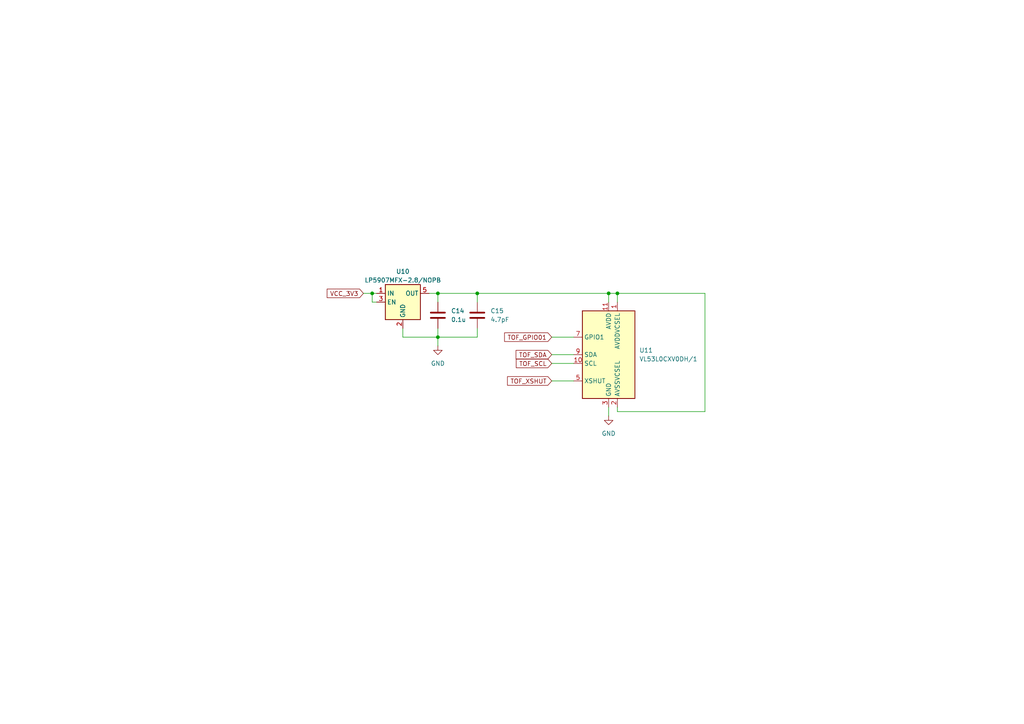
<source format=kicad_sch>
(kicad_sch (version 20231120) (generator "eeschema") (generator_version "8.0")
  (paper "A4")
  (lib_symbols
    (symbol "Device:C" (pin_numbers hide) (pin_names (offset 0.254))
      (property "Reference" "C" (at 0.635 2.54 0))
      (property "Value" "C" (at 0.635 -2.54 0))
      (symbol "C_0_1"
        (polyline (pts (xy -2.032 -0.762) (xy 2.032 -0.762)) (stroke (width 0.508)))
        (polyline (pts (xy -2.032 0.762) (xy 2.032 0.762)) (stroke (width 0.508)))
      )
      (symbol "C_1_1"
        (pin passive line (at 0 3.81 270) (length 2.794) (name "~") (number "1"))
        (pin passive line (at 0 -3.81 90) (length 2.794) (name "~") (number "2"))
      )
    )
    (symbol "Regulator_Linear:LP5907MFX-2.8"
      (property "Reference" "U" (at -3.81 6.35 0))
      (property "Value" "LP5907MFX-2.8" (at 6.35 6.35 0))
      (symbol "LP5907MFX-2.8_0_1"
        (rectangle (start -5.08 -5.08) (end 5.08 5.08) (stroke (width 0.254)) (fill (type background)))
        (pin power_in line (at -7.62 2.54 0) (length 2.54) (name "IN") (number "1"))
        (pin power_in line (at 0 -7.62 90) (length 2.54) (name "GND") (number "2"))
        (pin input line (at -7.62 0 0) (length 2.54) (name "EN") (number "3"))
        (pin no_connect line (at 5.08 0 180) (length 2.54) hide (name "NC") (number "4"))
        (pin power_out line (at 7.62 2.54 180) (length 2.54) (name "OUT") (number "5"))
      )
    )
    (symbol "Sensor_Distance:VL53L0CXV0DH1"
      (property "Reference" "U" (at -6.35 13.97 0))
      (property "Value" "VL53L0CXV0DH1" (at 12.065 13.97 0))
      (symbol "VL53L0CXV0DH1_0_1"
        (rectangle (start -7.62 12.7) (end 7.62 -12.7) (stroke (width 0.254)) (fill (type background)))
      )
      (symbol "VL53L0CXV0DH1_1_1"
        (pin power_in line (at 2.54 15.24 270) (length 2.54) (name "AVDDVCSEL") (number "1"))
        (pin input line (at -10.16 -2.54 0) (length 2.54) (name "SCL") (number "10"))
        (pin power_in line (at 0 15.24 270) (length 2.54) (name "AVDD") (number "11"))
        (pin passive line (at 0 -15.24 90) (length 2.54) hide (name "GND") (number "12"))
        (pin power_in line (at 2.54 -15.24 90) (length 2.54) (name "AVSSVCSEL") (number "2"))
        (pin power_in line (at 0 -15.24 90) (length 2.54) (name "GND") (number "3"))
        (pin passive line (at 0 -15.24 90) (length 2.54) hide (name "GND") (number "4"))
        (pin input line (at -10.16 -7.62 0) (length 2.54) (name "XSHUT") (number "5"))
        (pin passive line (at 0 -15.24 90) (length 2.54) hide (name "GND") (number "6"))
        (pin open_collector line (at -10.16 5.08 0) (length 2.54) (name "GPIO1") (number "7"))
        (pin no_connect line (at -7.62 7.62 0) (length 2.54) hide (name "DNC") (number "8"))
        (pin bidirectional line (at -10.16 0 0) (length 2.54) (name "SDA") (number "9"))
      )
    )
    (symbol "power:GND" (power) (pin_numbers hide) (pin_names (offset 0) hide)
      (property "Value" "GND" (at 0 -3.81 0))
      (symbol "GND_0_1"
        (polyline (pts (xy 0 0) (xy 0 -1.27) (xy 1.27 -1.27) (xy 0 -2.54) (xy -1.27 -1.27) (xy 0 -1.27)))
      )
      (symbol "GND_1_1"
        (pin power_in line (at 0 0 270) (length 0) (name "~") (number "1"))
      )
    )
  )
  (junction (at 107.95 85.09))
  (junction (at 179.07 85.09))
  (junction (at 138.43 85.09))
  (junction (at 127 97.79))
  (junction (at 176.53 85.09))
  (junction (at 127 85.09))
  (wire (pts (xy 160.02 97.79) (xy 166.37 97.79)))
  (wire (pts (xy 124.46 85.09) (xy 127 85.09)))
  (wire (pts (xy 179.07 85.09) (xy 179.07 87.63)))
  (wire (pts (xy 160.02 102.87) (xy 166.37 102.87)))
  (wire (pts (xy 179.07 118.11) (xy 179.07 119.38)))
  (wire (pts (xy 138.43 95.25) (xy 138.43 97.79)))
  (wire (pts (xy 127 85.09) (xy 138.43 85.09)))
  (wire (pts (xy 138.43 97.79) (xy 127 97.79)))
  (wire (pts (xy 138.43 85.09) (xy 176.53 85.09)))
  (wire (pts (xy 176.53 85.09) (xy 179.07 85.09)))
  (wire (pts (xy 109.22 87.63) (xy 107.95 87.63)))
  (wire (pts (xy 204.47 119.38) (xy 204.47 85.09)))
  (wire (pts (xy 105.41 85.09) (xy 107.95 85.09)))
  (wire (pts (xy 116.84 95.25) (xy 116.84 97.79)))
  (wire (pts (xy 138.43 85.09) (xy 138.43 87.63)))
  (wire (pts (xy 127 95.25) (xy 127 97.79)))
  (wire (pts (xy 176.53 85.09) (xy 176.53 87.63)))
  (wire (pts (xy 179.07 119.38) (xy 204.47 119.38)))
  (wire (pts (xy 107.95 87.63) (xy 107.95 85.09)))
  (wire (pts (xy 204.47 85.09) (xy 179.07 85.09)))
  (wire (pts (xy 116.84 97.79) (xy 127 97.79)))
  (wire (pts (xy 176.53 118.11) (xy 176.53 120.65)))
  (wire (pts (xy 127 100.33) (xy 127 97.79)))
  (wire (pts (xy 160.02 105.41) (xy 166.37 105.41)))
  (wire (pts (xy 160.02 110.49) (xy 166.37 110.49)))
  (wire (pts (xy 107.95 85.09) (xy 109.22 85.09)))
  (wire (pts (xy 127 85.09) (xy 127 87.63)))
  (global_label "VCC_3V3" (shape input) (at 105.41 85.09 180) (property "Intersheetrefs" "${INTERSHEET_REFS}" (effects (hide yes))))
  (global_label "TOF_GPIO01" (shape input) (at 160.02 97.79 180) (property "Intersheetrefs" "${INTERSHEET_REFS}" (effects (hide yes))))
  (global_label "TOF_SDA" (shape input) (at 160.02 102.87 180) (property "Intersheetrefs" "${INTERSHEET_REFS}" (effects (hide yes))))
  (global_label "TOF_XSHUT" (shape input) (at 160.02 110.49 180) (property "Intersheetrefs" "${INTERSHEET_REFS}" (effects (hide yes))))
  (global_label "TOF_SCL" (shape input) (at 160.02 105.41 180) (property "Intersheetrefs" "${INTERSHEET_REFS}" (effects (hide yes))))
  (symbol (lib_id "Device:C") (at 138.43 91.44 0) (unit 1)
    (property "Reference" "C15" (at 142.24 90.1699 0) (effects (justify left)))
    (property "Value" "4.7pF" (at 142.24 92.7099 0) (effects (justify left)))
    (property "Footprint" "Capacitor_SMD:C_0603_1608Metric" (effects (hide yes)))
    (property "Datasheet" "https://www.lcsc.com/datasheet/lcsc_datasheet_2304140030_FH--Guangdong-Fenghua-Advanced-Tech-0603CG4R7C500NT_C1669.pdf" (effects (hide yes)))
    (property "Description" "Unpolarized capacitor" (effects (hide yes)))
    (property "LCSC Part # " "C1669" (effects (hide yes)))
  )
  (symbol (lib_id "power:GND") (at 127 100.33 0) (unit 1)
    (property "Reference" "#PWR033" (effects (hide yes)))
    (property "Value" "GND" (at 127 105.41 0))
    (property "Description" "Power symbol creates a global label with name \"GND\" , ground" (effects (hide yes)))
  )
  (symbol (lib_id "Device:C") (at 127 91.44 0) (unit 1)
    (property "Reference" "C14" (at 130.81 90.1699 0) (effects (justify left)))
    (property "Value" "0.1u" (at 130.81 92.7099 0) (effects (justify left)))
    (property "Footprint" "Capacitor_SMD:C_0603_1608Metric" (effects (hide yes)))
    (property "Description" "Unpolarized capacitor" (effects (hide yes)))
    (property "LCSC Part # " "C14663" (effects (hide yes)))
  )
  (symbol (lib_id "power:GND") (at 176.53 120.65 0) (unit 1)
    (property "Reference" "#PWR034" (effects (hide yes)))
    (property "Value" "GND" (at 176.53 125.73 0))
    (property "Description" "Power symbol creates a global label with name \"GND\" , ground" (effects (hide yes)))
  )
  (symbol (lib_id "Regulator_Linear:LP5907MFX-2.8") (at 116.84 87.63 0) (unit 1)
    (property "Reference" "U10" (at 116.84 78.74 0))
    (property "Value" "LP5907MFX-2.8/NOPB" (at 116.84 81.28 0))
    (property "Footprint" "Package_TO_SOT_SMD:SOT-23-5" (effects (hide yes)))
    (property "Datasheet" "https://www.lcsc.com/datasheet/lcsc_datasheet_1809251733_Texas-Instruments-LP5907MFX-2-8-NOPB_C186700.pdf" (effects (hide yes)))
    (property "Description" "250-mA Ultra-Low-Noise Low-IQ LDO, 2.8V, SOT-23" (effects (hide yes)))
    (property "LCSC Part # " "C186700" (effects (hide yes)))
  )
  (symbol (lib_id "Sensor_Distance:VL53L0CXV0DH1") (at 176.53 102.87 0) (unit 1)
    (property "Reference" "U11" (at 185.42 101.5999 0) (effects (justify left)))
    (property "Value" "VL53L0CXV0DH/1" (at 185.42 104.1399 0) (effects (justify left)))
    (property "Footprint" "Sensor_Distance:ST_VL53L1x" (effects (hide yes)))
    (property "Datasheet" "https://www.lcsc.com/datasheet/lcsc_datasheet_1811101103_STMicroelectronics-VL53L0CXV0DH-1_C91199.pdf" (effects (hide yes)))
    (property "Description" "200cm SMD-12P,2.4x4.4mm Position Sensors ROHS" (effects (hide yes)))
    (property "LCSC Part # " "C91199" (effects (hide yes)))
    (property "Comment" "Emiter cone 35°, collector cone 25°" (effects (hide yes)))
  )
)
</source>
